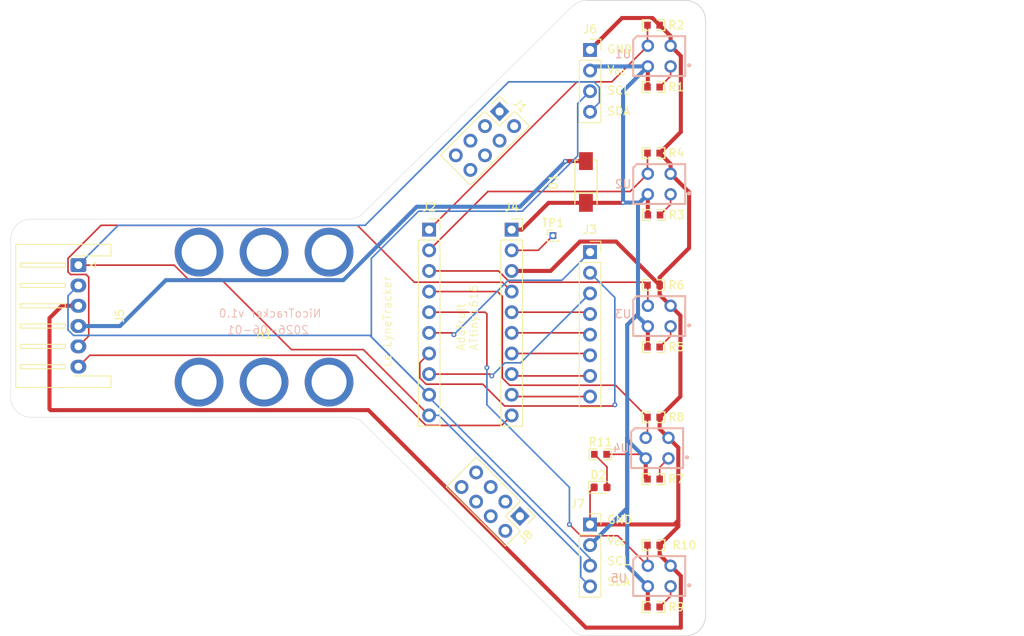
<source format=kicad_pcb>
(kicad_pcb (version 20240108) (generator "pcbnew") (generator_version "8.0")
  (title_block (title "Adafruit ATtiny1616 LineTracker") (date "2024-09-13") (rev "v1.0"))
  (layers (0 "F.Cu" signal) (31 "B.Cu" signal) (34 "B.Paste" user) (35 "F.Paste" user) (36 "B.SilkS" user "B.Silkscreen") (37 "F.SilkS" user "F.Silkscreen") (38 "B.Mask" user) (39 "F.Mask" user) (44 "Edge.Cuts" user))
  (net 0 "")
  (net 1 "/V_{in}")
  (net 2 "+5V")
  (net 3 "/IR5")
  (net 4 "/IR1")
  (net 5 "GND")
  (net 6 "/IR2")
  (net 7 "/IR4")
  (net 8 "/IR3")
  (net 9 "/SCL")
  (net 10 "/7")
  (net 11 "/SDA")
  (net 12 "/5*")
  (net 13 "/6*")
  (net 14 "/UDPI")
  (net 15 "/12")
  (net 16 "/15")
  (net 17 "/14")
  (net 18 "/13")
  (net 19 "/S2")
  (net 20 "/S1")
  (net 21 "/3v")
  (net 22 "Net-(R1-Pad2)")
  (net 23 "Net-(R3-Pad2)")
  (net 24 "Net-(R5-Pad2)")
  (net 25 "Net-(R7-Pad2)")
  (net 26 "Net-(R9-Pad2)")
  (net 43 "Net-(D2-A)")
  (footprint "Connector_PinSocket_2.54mm:PinSocket_1x04_P2.54mm_GVSCLSDC" (layer "F.Cu") (at 182.88 101.092)
    (property "Reference" "J7" (at -1.524 -2.54 0) (layer "F.SilkS"))
    (property "Value" "Conn_01x04_Socket")
    (fp_text user "GND" (at 2.032 0 0) (layer "F.SilkS") (effects (justify left bottom)))
    (fp_text user "SCL" (at 2.032 5.08 0) (layer "F.SilkS") (effects (justify left bottom)))
    (fp_text user "SDA" (at 2.032 7.62 0) (layer "F.SilkS") (effects (justify left bottom)))
    (fp_text user "V_{cc}" (at 2.032 2.54 0) (layer "F.SilkS") (effects (justify left bottom)))
    (pad "1" thru_hole rect (at 0 0) (size 1.7 1.7) (drill 1) (layers "*.Cu" "*.Mask") (net 5 "GND"))
    (pad "2" thru_hole oval (at 0 2.54) (size 1.7 1.7) (drill 1) (layers "*.Cu" "*.Mask") (net 2 "+5V"))
    (pad "3" thru_hole oval (at 0 5.08) (size 1.7 1.7) (drill 1) (layers "*.Cu" "*.Mask") (net 11 "/SDA"))
    (pad "4" thru_hole oval (at 0 7.62) (size 1.7 1.7) (drill 1) (layers "*.Cu" "*.Mask") (net 9 "/SCL"))
  )
  (footprint "LED_SMD:LED_0603_1608Metric" (layer "F.Cu") (at 184.1755 96.52)
    (property "Reference" "D2" (at -0.2795 -1.524 0) (layer "F.SilkS"))
    (property "Value" "LED")
    (pad "1" smd roundrect (at -0.7875 0) (size 0.875 0.95) (layers "F.Cu" "F.Paste" "F.Mask") (net 5 "GND"))
    (pad "2" smd roundrect (at 0.7875 0) (size 0.875 0.95) (layers "F.Cu" "F.Paste" "F.Mask") (net 43 "Net-(D2-A)"))
  )
  (footprint "easyeda2kicad:R0603" (layer "F.Cu") (at 190.698 55.372 180)
    (property "Reference" "R4" (at -2.806 0 180) (layer "F.SilkS"))
    (property "Value" "10K")
    (pad "1" smd rect (at -0.75 0 180) (size 0.81 0.86) (layers "F.Cu" "F.Paste" "F.Mask") (net 5 "GND"))
    (pad "2" smd rect (at 0.75 0 180) (size 0.81 0.86) (layers "F.Cu" "F.Paste" "F.Mask") (net 6 "/IR2"))
  )
  (footprint "easyeda2kicad:R0603" (layer "F.Cu") (at 190.698 71.628 180)
    (property "Reference" "R6" (at -2.806 0 180) (layer "F.SilkS"))
    (property "Value" "10K")
    (pad "1" smd rect (at -0.75 0 180) (size 0.81 0.86) (layers "F.Cu" "F.Paste" "F.Mask") (net 5 "GND"))
    (pad "2" smd rect (at 0.75 0 180) (size 0.81 0.86) (layers "F.Cu" "F.Paste" "F.Mask") (net 8 "/IR3"))
  )
  (footprint "easyeda2kicad:R0603" (layer "F.Cu") (at 190.698 79.248)
    (property "Reference" "R5" (at 2.806 0 0) (layer "F.SilkS"))
    (property "Value" "100")
    (pad "1" smd rect (at -0.75 0) (size 0.81 0.86) (layers "F.Cu" "F.Paste" "F.Mask") (net 2 "+5V"))
    (pad "2" smd rect (at 0.75 0) (size 0.81 0.86) (layers "F.Cu" "F.Paste" "F.Mask") (net 24 "Net-(R5-Pad2)"))
  )
  (footprint "easyeda2kicad:SMA_L4.2-W2.6-LS5.3-RD" (layer "F.Cu") (at 182.372 58.928 90)
    (property "Reference" "D1" (at 0 -4 -90) (layer "F.SilkS"))
    (property "Value" "SS14")
    (pad "1" smd rect (at -2.57 0 90) (size 2.2 1.7) (layers "F.Cu" "F.Paste" "F.Mask") (net 2 "+5V"))
    (pad "2" smd rect (at 2.57 0 90) (size 2.2 1.7) (layers "F.Cu" "F.Paste" "F.Mask") (net 1 "/V_{in}"))
  )
  (footprint "Connector_PinHeader_2.54mm:PinHeader_2x04_P2.54mm_Vertical" (layer "F.Cu") (at 174.244 100.076 -135)
    (property "Reference" "J8" (at 1.27 -2.33 -135) (layer "F.SilkS"))
    (property "Value" "Conn_02x04_Counter_Clockwise")
    (pad "1" thru_hole rect (at 0 0 225) (size 1.7 1.7) (drill 1) (layers "*.Cu" "*.Mask"))
    (pad "2" thru_hole oval (at 2.54 0 225) (size 1.7 1.7) (drill 1) (layers "*.Cu" "*.Mask"))
    (pad "3" thru_hole oval (at 0 2.54 225) (size 1.7 1.7) (drill 1) (layers "*.Cu" "*.Mask"))
    (pad "4" thru_hole oval (at 2.54 2.54 225) (size 1.7 1.7) (drill 1) (layers "*.Cu" "*.Mask"))
    (pad "5" thru_hole oval (at 0 5.079999 225) (size 1.7 1.7) (drill 1) (layers "*.Cu" "*.Mask"))
    (pad "6" thru_hole oval (at 2.54 5.08 225) (size 1.7 1.7) (drill 1) (layers "*.Cu" "*.Mask"))
    (pad "7" thru_hole oval (at 0 7.62 225) (size 1.7 1.7) (drill 1) (layers "*.Cu" "*.Mask"))
    (pad "8" thru_hole oval (at 2.54 7.62 225) (size 1.7 1.7) (drill 1) (layers "*.Cu" "*.Mask"))
  )
  (footprint "easyeda2kicad:R0603" (layer "F.Cu") (at 190.742 62.992)
    (property "Reference" "R3" (at 2.806 0 0) (layer "F.SilkS"))
    (property "Value" "100")
    (pad "1" smd rect (at -0.75 0) (size 0.81 0.86) (layers "F.Cu" "F.Paste" "F.Mask") (net 2 "+5V"))
    (pad "2" smd rect (at 0.75 0) (size 0.81 0.86) (layers "F.Cu" "F.Paste" "F.Mask") (net 23 "Net-(R3-Pad2)"))
  )
  (footprint "Connector_PinSocket_2.54mm:PinSocket_1x04_P2.54mm_GVSCLSDC" (layer "F.Cu") (at 182.88 42.672)
    (property "Reference" "J6" (at 0 -2.54 0) (layer "F.SilkS"))
    (property "Value" "Conn_01x04_Socket")
    (fp_text user "V_{cc}" (at 2.032 3.048 0) (layer "F.SilkS") (effects (justify left bottom)))
    (fp_text user "GND" (at 2.032 0.508 0) (layer "F.SilkS") (effects (justify left bottom)))
    (fp_text user "SDA" (at 2.032 8.128 0) (layer "F.SilkS") (effects (justify left bottom)))
    (fp_text user "SCL" (at 2.032 5.588 0) (layer "F.SilkS") (effects (justify left bottom)))
    (pad "1" thru_hole rect (at 0 0) (size 1.7 1.7) (drill 1) (layers "*.Cu" "*.Mask") (net 5 "GND"))
    (pad "2" thru_hole oval (at 0 2.54) (size 1.7 1.7) (drill 1) (layers "*.Cu" "*.Mask") (net 2 "+5V"))
    (pad "3" thru_hole oval (at 0 5.08) (size 1.7 1.7) (drill 1) (layers "*.Cu" "*.Mask") (net 11 "/SDA"))
    (pad "4" thru_hole oval (at 0 7.62) (size 1.7 1.7) (drill 1) (layers "*.Cu" "*.Mask") (net 9 "/SCL"))
  )
  (footprint "easyeda2kicad:R0603" (layer "F.Cu") (at 190.698 87.884 180)
    (property "Reference" "R8" (at -2.806 0 180) (layer "F.SilkS"))
    (property "Value" "10K")
    (pad "1" smd rect (at -0.75 0 180) (size 0.81 0.86) (layers "F.Cu" "F.Paste" "F.Mask") (net 5 "GND"))
    (pad "2" smd rect (at 0.75 0 180) (size 0.81 0.86) (layers "F.Cu" "F.Paste" "F.Mask") (net 7 "/IR4"))
  )
  (footprint "easyeda2kicad:R0603" (layer "F.Cu") (at 190.698 103.632 180)
    (property "Reference" "R10" (at -3.798 0 180) (layer "F.SilkS"))
    (property "Value" "10K")
    (pad "1" smd rect (at -0.75 0 180) (size 0.81 0.86) (layers "F.Cu" "F.Paste" "F.Mask") (net 5 "GND"))
    (pad "2" smd rect (at 0.75 0 180) (size 0.81 0.86) (layers "F.Cu" "F.Paste" "F.Mask") (net 3 "/IR5"))
  )
  (footprint "Connector_PinSocket_2.54mm:PinSocket_1x08_P2.54mm_Vertical" (layer "F.Cu") (at 182.88 67.564)
    (property "Reference" "J3" (at 0 -2.77 0) (layer "F.SilkS"))
    (property "Value" "Conn_01x08_Socket")
    (pad "1" thru_hole rect (at 0 0) (size 1.7 1.7) (drill 1) (layers "*.Cu" "*.Mask") (net 12 "/5*"))
    (pad "2" thru_hole oval (at 0 2.54) (size 1.7 1.7) (drill 1) (layers "*.Cu" "*.Mask") (net 13 "/6*"))
    (pad "3" thru_hole oval (at 0 5.08) (size 1.7 1.7) (drill 1) (layers "*.Cu" "*.Mask") (net 10 "/7"))
    (pad "4" thru_hole oval (at 0 7.62) (size 1.7 1.7) (drill 1) (layers "*.Cu" "*.Mask") (net 16 "/15"))
    (pad "5" thru_hole oval (at 0 10.16) (size 1.7 1.7) (drill 1) (layers "*.Cu" "*.Mask") (net 17 "/14"))
    (pad "6" thru_hole oval (at 0 12.7) (size 1.7 1.7) (drill 1) (layers "*.Cu" "*.Mask") (net 14 "/UDPI"))
    (pad "7" thru_hole oval (at 0 15.24) (size 1.7 1.7) (drill 1) (layers "*.Cu" "*.Mask") (net 18 "/13"))
    (pad "8" thru_hole oval (at 0 17.78) (size 1.7 1.7) (drill 1) (layers "*.Cu" "*.Mask") (net 15 "/12"))
  )
  (footprint "easyeda2kicad:R0603" (layer "F.Cu") (at 184.162 92.456)
    (property "Reference" "R11" (at 0 -1.524 0) (layer "F.SilkS"))
    (property "Value" "1K")
    (pad "1" smd rect (at -0.75 0) (size 0.81 0.86) (layers "F.Cu" "F.Paste" "F.Mask") (net 43 "Net-(D2-A)"))
    (pad "2" smd rect (at 0.75 0) (size 0.81 0.86) (layers "F.Cu" "F.Paste" "F.Mask") (net 2 "+5V"))
  )
  (footprint "Connector_PinHeader_2.54mm:PinHeader_2x04_P2.54mm_Vertical" (layer "F.Cu") (at 171.740102 50.255898 -45)
    (property "Reference" "J1" (at 1.27 -2.33 -45) (layer "F.SilkS"))
    (property "Value" "Conn_02x04_Counter_Clockwise")
    (pad "1" thru_hole rect (at 0 0 315) (size 1.7 1.7) (drill 1) (layers "*.Cu" "*.Mask"))
    (pad "2" thru_hole oval (at 2.54 0 315) (size 1.7 1.7) (drill 1) (layers "*.Cu" "*.Mask"))
    (pad "3" thru_hole oval (at 0 2.54 315) (size 1.7 1.7) (drill 1) (layers "*.Cu" "*.Mask"))
    (pad "4" thru_hole oval (at 2.54 2.54 315) (size 1.7 1.7) (drill 1) (layers "*.Cu" "*.Mask"))
    (pad "5" thru_hole oval (at 0 5.079999 315) (size 1.7 1.7) (drill 1) (layers "*.Cu" "*.Mask"))
    (pad "6" thru_hole oval (at 2.54 5.08 315) (size 1.7 1.7) (drill 1) (layers "*.Cu" "*.Mask"))
    (pad "7" thru_hole oval (at 0 7.62 315) (size 1.7 1.7) (drill 1) (layers "*.Cu" "*.Mask"))
    (pad "8" thru_hole oval (at 2.54 7.62 315) (size 1.7 1.7) (drill 1) (layers "*.Cu" "*.Mask"))
  )
  (footprint "Connector_PinSocket_2.54mm:PinSocket_1x10_P2.54mm_Vertical" (layer "F.Cu") (at 173.228 64.8)
    (property "Reference" "J4" (at 0 -2.77 0) (layer "F.SilkS"))
    (property "Value" "ATtiny_R")
    (pad "1" thru_hole rect (at 0 0) (size 1.7 1.7) (drill 1) (layers "*.Cu" "*.Mask") (net 2 "+5V"))
    (pad "2" thru_hole oval (at 0 2.54) (size 1.7 1.7) (drill 1) (layers "*.Cu" "*.Mask") (net 21 "/3v"))
    (pad "3" thru_hole oval (at 0 5.08) (size 1.7 1.7) (drill 1) (layers "*.Cu" "*.Mask") (net 5 "GND"))
    (pad "4" thru_hole oval (at 0 7.62) (size 1.7 1.7) (drill 1) (layers "*.Cu" "*.Mask") (net 20 "/S1"))
    (pad "5" thru_hole oval (at 0 10.16) (size 1.7 1.7) (drill 1) (layers "*.Cu" "*.Mask") (net 16 "/15"))
    (pad "6" thru_hole oval (at 0 12.7) (size 1.7 1.7) (drill 1) (layers "*.Cu" "*.Mask") (net 17 "/14"))
    (pad "7" thru_hole oval (at 0 15.24) (size 1.7 1.7) (drill 1) (layers "*.Cu" "*.Mask") (net 14 "/UDPI"))
    (pad "8" thru_hole oval (at 0 17.78) (size 1.7 1.7) (drill 1) (layers "*.Cu" "*.Mask") (net 18 "/13"))
    (pad "9" thru_hole oval (at 0 20.32) (size 1.7 1.7) (drill 1) (layers "*.Cu" "*.Mask") (net 15 "/12"))
    (pad "10" thru_hole oval (at 0 22.86) (size 1.7 1.7) (drill 1) (layers "*.Cu" "*.Mask") (net 19 "/S2"))
  )
  (footprint "easyeda2kicad:R0603" (layer "F.Cu") (at 190.698 95.504)
    (property "Reference" "R7" (at 2.782 0 0) (layer "F.SilkS"))
    (property "Value" "100")
    (pad "1" smd rect (at -0.75 0) (size 0.81 0.86) (layers "F.Cu" "F.Paste" "F.Mask") (net 2 "+5V"))
    (pad "2" smd rect (at 0.75 0) (size 0.81 0.86) (layers "F.Cu" "F.Paste" "F.Mask") (net 25 "Net-(R7-Pad2)"))
  )
  (footprint "Connector_PinHeader_1.00mm:PinHeader_1x01_P1.00mm_Vertical" (layer "F.Cu") (at 178.308 65.532)
    (property "Reference" "TP1" (at 0 -1.56 0) (layer "F.SilkS"))
    (property "Value" "TestPoint")
    (pad "1" thru_hole rect (at 0 0) (size 0.85 0.85) (drill 0.5) (layers "*.Cu" "*.Mask") (net 21 "/3v"))
  )
  (footprint "easyeda2kicad:R0603" (layer "F.Cu") (at 190.698 111.252)
    (property "Reference" "R9" (at 2.806 0 0) (layer "F.SilkS"))
    (property "Value" "100")
    (pad "1" smd rect (at -0.75 0) (size 0.81 0.86) (layers "F.Cu" "F.Paste" "F.Mask") (net 2 "+5V"))
    (pad "2" smd rect (at 0.75 0) (size 0.81 0.86) (layers "F.Cu" "F.Paste" "F.Mask") (net 26 "Net-(R9-Pad2)"))
  )
  (footprint "MountingHole:MountingHole_4.3mm_M4_Pad_TopBottom_MakeBlock" (layer "F.Cu") (at 142.748 75.184)
    (property "Reference" "H1" (at 0 2.54 0) (layer "F.SilkS"))
    (property "Value" "~")
    (pad "1" thru_hole circle (at -8 -7.62) (size 4.7 4.7) (drill 4.3) (layers "*.Cu" "*.Mask"))
    (pad "1" connect circle (at -8 -7.62) (size 6 6) (layers "F.Cu" "F.Mask"))
    (pad "1" connect circle (at -8 -7.62) (size 6 6) (layers "B.Cu" "B.Mask"))
    (pad "1" thru_hole circle (at -8 8.38) (size 4.7 4.7) (drill 4.3) (layers "*.Cu" "*.Mask"))
    (pad "1" connect circle (at -8 8.38) (size 6 6) (layers "F.Cu" "F.Mask"))
    (pad "1" connect circle (at -8 8.38) (size 6 6) (layers "B.Cu" "B.Mask"))
    (pad "1" thru_hole circle (at 0 -7.62) (size 4.7 4.7) (drill 4.3) (layers "*.Cu" "*.Mask"))
    (pad "1" connect circle (at 0 -7.62) (size 6 6) (layers "F.Cu" "F.Mask"))
    (pad "1" connect circle (at 0 -7.62) (size 6 6) (layers "B.Cu" "B.Mask"))
    (pad "1" thru_hole circle (at 0 8.38) (size 4.7 4.7) (drill 4.3) (layers "*.Cu" "*.Mask"))
    (pad "1" connect circle (at 0 8.38) (size 6 6) (layers "F.Cu" "F.Mask"))
    (pad "1" connect circle (at 0 8.38) (size 6 6) (layers "B.Cu" "B.Mask"))
    (pad "1" thru_hole circle (at 8 -7.62) (size 4.7 4.7) (drill 4.3) (layers "*.Cu" "*.Mask"))
    (pad "1" connect circle (at 8 -7.62) (size 6 6) (layers "F.Cu" "F.Mask"))
    (pad "1" connect circle (at 8 -7.62) (size 6 6) (layers "B.Cu" "B.Mask"))
    (pad "1" thru_hole circle (at 8 8.38) (size 4.7 4.7) (drill 4.3) (layers "*.Cu" "*.Mask"))
    (pad "1" connect circle (at 8 8.38) (size 6 6) (layers "F.Cu" "F.Mask"))
    (pad "1" connect circle (at 8 8.38) (size 6 6) (layers "B.Cu" "B.Mask"))
  )
  (footprint "Connector_PinSocket_2.54mm:PinSocket_1x10_P2.54mm_Vertical" (layer "F.Cu") (at 163.068 64.8)
    (property "Reference" "J2" (at 0 -2.77 0) (layer "F.SilkS"))
    (property "Value" "ATtiny_L")
    (pad "1" thru_hole rect (at 0 0) (size 1.7 1.7) (drill 1) (layers "*.Cu" "*.Mask") (net 4 "/IR1"))
    (pad "2" thru_hole oval (at 0 2.54) (size 1.7 1.7) (drill 1) (layers "*.Cu" "*.Mask") (net 6 "/IR2"))
    (pad "3" thru_hole oval (at 0 5.08) (size 1.7 1.7) (drill 1) (layers "*.Cu" "*.Mask") (net 8 "/IR3"))
    (pad "4" thru_hole oval (at 0 7.62) (size 1.7 1.7) (drill 1) (layers "*.Cu" "*.Mask") (net 7 "/IR4"))
    (pad "5" thru_hole oval (at 0 10.16) (size 1.7 1.7) (drill 1) (layers "*.Cu" "*.Mask") (net 3 "/IR5"))
    (pad "6" thru_hole oval (at 0 12.7) (size 1.7 1.7) (drill 1) (layers "*.Cu" "*.Mask") (net 12 "/5*"))
    (pad "7" thru_hole oval (at 0 15.24) (size 1.7 1.7) (drill 1) (layers "*.Cu" "*.Mask") (net 13 "/6*"))
    (pad "8" thru_hole oval (at 0 17.78) (size 1.7 1.7) (drill 1) (layers "*.Cu" "*.Mask") (net 10 "/7"))
    (pad "9" thru_hole oval (at 0 20.32) (size 1.7 1.7) (drill 1) (layers "*.Cu" "*.Mask") (net 11 "/SDA"))
    (pad "10" thru_hole oval (at 0 22.86) (size 1.7 1.7) (drill 1) (layers "*.Cu" "*.Mask") (net 9 "/SCL"))
  )
  (footprint "easyeda2kicad:R0603" (layer "F.Cu") (at 190.698 47.244)
    (property "Reference" "R1" (at 2.782 0 0) (layer "F.SilkS"))
    (property "Value" "100")
    (pad "1" smd rect (at -0.75 0) (size 0.81 0.86) (layers "F.Cu" "F.Paste" "F.Mask") (net 2 "+5V"))
    (pad "2" smd rect (at 0.75 0) (size 0.81 0.86) (layers "F.Cu" "F.Paste" "F.Mask") (net 22 "Net-(R1-Pad2)"))
  )
  (footprint "easyeda2kicad:R0603" (layer "F.Cu") (at 190.698 39.624 180)
    (property "Reference" "R2" (at -2.806 0 180) (layer "F.SilkS"))
    (property "Value" "10K")
    (pad "1" smd rect (at -0.75 0 180) (size 0.81 0.86) (layers "F.Cu" "F.Paste" "F.Mask") (net 5 "GND"))
    (pad "2" smd rect (at 0.75 0 180) (size 0.81 0.86) (layers "F.Cu" "F.Paste" "F.Mask") (net 4 "/IR1"))
  )
  (footprint "Connector_JST:JST_XH_S6B-XH-A-1_1x06_P2.50mm_Horizontal" (layer "F.Cu") (at 119.888 69.168 -90)
    (property "Reference" "J5" (at 6.25 -5.1 90) (layer "F.SilkS"))
    (property "Value" "Auriga_JST")
    (pad "1" thru_hole roundrect (at 0 0 270) (size 1.7 1.95) (drill 0.95) (layers "*.Cu" "*.Mask") (roundrect_rratio 0.147059) (net 9 "/SCL"))
    (pad "2" thru_hole oval (at 2.5 0 270) (size 1.7 1.95) (drill 0.95) (layers "*.Cu" "*.Mask") (net 11 "/SDA"))
    (pad "3" thru_hole oval (at 5 0 270) (size 1.7 1.95) (drill 0.95) (layers "*.Cu" "*.Mask") (net 5 "GND"))
    (pad "4" thru_hole oval (at 7.5 0 270) (size 1.7 1.95) (drill 0.95) (layers "*.Cu" "*.Mask") (net 1 "/V_{in}"))
    (pad "5" thru_hole oval (at 10 0 270) (size 1.7 1.95) (drill 0.95) (layers "*.Cu" "*.Mask") (net 20 "/S1"))
    (pad "6" thru_hole oval (at 12.5 0 270) (size 1.7 1.95) (drill 0.95) (layers "*.Cu" "*.Mask") (net 19 "/S2"))
  )
  (footprint "easyeda2kicad:OPTO-TH_DY-ITR20001" (layer "B.Cu") (at 191.392 59.182 180)
    (property "Reference" "U2" (at 4.448 -0.002 180) (layer "B.SilkS") (effects (justify mirror)))
    (property "Value" "ITR20001")
    (pad "1" thru_hole circle (at -1.4 -1.27 180) (size 1.52 1.52) (drill 0.9144) (layers "*.Cu" "*.Mask") (net 23 "Net-(R3-Pad2)"))
    (pad "2" thru_hole circle (at -1.4 1.27 180) (size 1.52 1.52) (drill 0.9144) (layers "*.Cu" "*.Mask") (net 5 "GND"))
    (pad "3" thru_hole circle (at 1.4 1.27 180) (size 1.52 1.52) (drill 0.9144) (layers "*.Cu" "*.Mask") (net 6 "/IR2"))
    (pad "4" thru_hole circle (at 1.4 -1.27 180) (size 1.52 1.52) (drill 0.9144) (layers "*.Cu" "*.Mask") (net 2 "+5V"))
  )
  (footprint "easyeda2kicad:OPTO-TH_DY-ITR20001" (layer "B.Cu") (at 191.392 43.434 180)
    (property "Reference" "U1" (at 4.448 0.254 180) (layer "B.SilkS") (effects (justify mirror)))
    (property "Value" "ITR20001")
    (pad "1" thru_hole circle (at -1.4 -1.27 180) (size 1.52 1.52) (drill 0.9144) (layers "*.Cu" "*.Mask") (net 22 "Net-(R1-Pad2)"))
    (pad "2" thru_hole circle (at -1.4 1.27 180) (size 1.52 1.52) (drill 0.9144) (layers "*.Cu" "*.Mask") (net 5 "GND"))
    (pad "3" thru_hole circle (at 1.4 1.27 180) (size 1.52 1.52) (drill 0.9144) (layers "*.Cu" "*.Mask") (net 4 "/IR1"))
    (pad "4" thru_hole circle (at 1.4 -1.27 180) (size 1.52 1.52) (drill 0.9144) (layers "*.Cu" "*.Mask") (net 2 "+5V"))
  )
  (footprint "easyeda2kicad:OPTO-TH_DY-ITR20001" (layer "B.Cu") (at 191.132 91.694 180)
    (property "Reference" "U4" (at 4.448 -0.006 180) (layer "B.SilkS") (effects (justify mirror)))
    (property "Value" "ITR20001")
    (pad "1" thru_hole circle (at -1.4 -1.27 180) (size 1.52 1.52) (drill 0.9144) (layers "*.Cu" "*.Mask") (net 25 "Net-(R7-Pad2)"))
    (pad "2" thru_hole circle (at -1.4 1.27 180) (size 1.52 1.52) (drill 0.9144) (layers "*.Cu" "*.Mask") (net 5 "GND"))
    (pad "3" thru_hole circle (at 1.4 1.27 180) (size 1.52 1.52) (drill 0.9144) (layers "*.Cu" "*.Mask") (net 7 "/IR4"))
    (pad "4" thru_hole circle (at 1.4 -1.27 180) (size 1.52 1.52) (drill 0.9144) (layers "*.Cu" "*.Mask") (net 2 "+5V"))
  )
  (footprint "easyeda2kicad:OPTO-TH_DY-ITR20001" (layer "B.Cu") (at 191.392 107.442 180)
    (property "Reference" "U5" (at 4.956 -0.262 180) (layer "B.SilkS") (effects (justify mirror)))
    (property "Value" "ITR20001")
    (pad "1" thru_hole circle (at -1.4 -1.27 180) (size 1.52 1.52) (drill 0.9144) (layers "*.Cu" "*.Mask") (net 26 "Net-(R9-Pad2)"))
    (pad "2" thru_hole circle (at -1.4 1.27 180) (size 1.52 1.52) (drill 0.9144) (layers "*.Cu" "*.Mask") (net 5 "GND"))
    (pad "3" thru_hole circle (at 1.4 1.27 180) (size 1.52 1.52) (drill 0.9144) (layers "*.Cu" "*.Mask") (net 3 "/IR5"))
    (pad "4" thru_hole circle (at 1.4 -1.27 180) (size 1.52 1.52) (drill 0.9144) (layers "*.Cu" "*.Mask") (net 2 "+5V"))
  )
  (footprint "easyeda2kicad:OPTO-TH_DY-ITR20001" (layer "B.Cu") (at 191.392 75.438 180)
    (property "Reference" "U3" (at 4.448 0.25 180) (layer "B.SilkS") (effects (justify mirror)))
    (property "Value" "ITR20001")
    (pad "1" thru_hole circle (at -1.4 -1.27 180) (size 1.52 1.52) (drill 0.9144) (layers "*.Cu" "*.Mask") (net 24 "Net-(R5-Pad2)"))
    (pad "2" thru_hole circle (at -1.4 1.27 180) (size 1.52 1.52) (drill 0.9144) (layers "*.Cu" "*.Mask") (net 5 "GND"))
    (pad "3" thru_hole circle (at 1.4 1.27 180) (size 1.52 1.52) (drill 0.9144) (layers "*.Cu" "*.Mask") (net 8 "/IR3"))
    (pad "4" thru_hole circle (at 1.4 -1.27 180) (size 1.52 1.52) (drill 0.9144) (layers "*.Cu" "*.Mask") (net 2 "+5V"))
  )
  (gr_arc (start 182.459644 114.808) (mid 181.509158 114.620285) (end 180.701437 114.085275) (stroke (width 0.05)) (layer "Edge.Cuts"))
  (gr_line (start 153.188356 63.5) (end 114.044 63.5) (stroke (width 0.05)) (layer "Edge.Cuts"))
  (gr_arc (start 153.188356 87.884) (mid 154.138842 88.071715) (end 154.946563 88.606725) (stroke (width 0.05)) (layer "Edge.Cuts"))
  (gr_line (start 180.701437 114.085275) (end 154.946563 88.606725) (stroke (width 0.05)) (layer "Edge.Cuts"))
  (gr_line (start 182.459644 36.576) (end 194.604 36.576) (stroke (width 0.1)) (layer "Edge.Cuts"))
  (gr_line (start 182.459644 114.808) (end 194.604 114.808) (stroke (width 0.1)) (layer "Edge.Cuts"))
  (gr_line (start 111.544 66) (end 111.544 85.384) (stroke (width 0.05)) (layer "Edge.Cuts"))
  (gr_arc (start 194.604 36.576) (mid 196.371767 37.308233) (end 197.104 39.076) (stroke (width 0.1)) (layer "Edge.Cuts"))
  (gr_line (start 153.188356 87.884) (end 114.044 87.884) (stroke (width 0.05)) (layer "Edge.Cuts"))
  (gr_arc (start 197.104 112.308) (mid 196.371767 114.075767) (end 194.604 114.808) (stroke (width 0.1)) (layer "Edge.Cuts"))
  (gr_arc (start 154.946563 62.777275) (mid 154.138833 63.31227) (end 153.188356 63.5) (stroke (width 0.05)) (layer "Edge.Cuts"))
  (gr_line (start 197.104 39.076) (end 197.104 112.308) (stroke (width 0.1)) (layer "Edge.Cuts"))
  (gr_arc (start 111.544 66) (mid 112.276233 64.232233) (end 114.044 63.5) (stroke (width 0.05)) (layer "Edge.Cuts"))
  (gr_arc (start 180.701437 37.298725) (mid 181.509167 36.76373) (end 182.459644 36.576) (stroke (width 0.05)) (layer "Edge.Cuts"))
  (gr_line (start 180.701437 37.298725) (end 154.946563 62.777275) (stroke (width 0.05)) (layer "Edge.Cuts"))
  (gr_arc (start 114.044 87.884) (mid 112.276233 87.151767) (end 111.544 85.384) (stroke (width 0.05)) (layer "Edge.Cuts"))
  (gr_text "${CURRENT_DATE}" (at 148.336 77.724 0) (layer "B.SilkS") (effects (font (size 1 1) (thickness 0.1)) (justify left bottom mirror)))
  (gr_text "NicoTracker ${REVISION}" (at 149.86 75.692 0) (layer "B.SilkS") (effects (font (size 1 1) (thickness 0.1)) (justify left bottom mirror)))
  (gr_text "Adafruit\nATtiny1616" (at 169.164 79.756 90) (layer "F.SilkS") (effects (font (size 1 1) (thickness 0.1)) (justify left bottom)))
  (gr_text "Le LyneTracker" (at 158.496 81.788 90) (layer "F.SilkS") (effects (font (size 1 1) (thickness 0.1)) (justify left bottom)))
  (segment (start 179.862 56.358) (end 179.832 56.388) (width 0.2) (layer "F.Cu") (net 1))
  (segment (start 182.372 56.358) (end 179.862 56.358) (width 0.5) (layer "F.Cu") (net 1))
  (via (at 179.832 56.388) (size 0.6) (drill 0.3) (layers "F.Cu" "B.Cu") (net 1))
  (segment (start 174.244 61.976) (end 161.544 61.976) (width 0.5) (layer "B.Cu") (net 1))
  (segment (start 125.008 76.668) (end 119.888 76.668) (width 0.5) (layer "B.Cu") (net 1))
  (segment (start 130.662 71.014) (end 125.008 76.668) (width 0.5) (layer "B.Cu") (net 1))
  (segment (start 152.506 71.014) (end 130.662 71.014) (width 0.5) (layer "B.Cu") (net 1))
  (segment (start 179.832 56.388) (end 174.244 61.976) (width 0.5) (layer "B.Cu") (net 1))
  (segment (start 161.544 61.976) (end 152.506 71.014) (width 0.5) (layer "B.Cu") (net 1))
  (segment (start 189.992 62.992) (end 189.992 60.452) (width 0.5) (layer "F.Cu") (net 2))
  (segment (start 189.992 76.708) (end 189.992 79.204) (width 0.5) (layer "F.Cu") (net 2))
  (segment (start 189.992 47.2) (end 189.948 47.244) (width 0.5) (layer "F.Cu") (net 2))
  (segment (start 189.732 95.288) (end 189.948 95.504) (width 0.5) (layer "F.Cu") (net 2))
  (segment (start 189.992 79.204) (end 189.948 79.248) (width 0.5) (layer "F.Cu") (net 2))
  (segment (start 182.372 61.498) (end 186.914 61.498) (width 0.5) (layer "F.Cu") (net 2))
  (segment (start 189.992 111.208) (end 189.948 111.252) (width 0.5) (layer "F.Cu") (net 2))
  (segment (start 189.224 92.456) (end 189.732 92.964) (width 0.5) (layer "F.Cu") (net 2))
  (segment (start 174.468 64.8) (end 177.77 61.498) (width 0.5) (layer "F.Cu") (net 2))
  (segment (start 177.77 61.498) (end 182.372 61.498) (width 0.5) (layer "F.Cu") (net 2))
  (segment (start 189.732 92.964) (end 189.732 95.288) (width 0.5) (layer "F.Cu") (net 2))
  (segment (start 189.992 44.704) (end 189.992 47.2) (width 0.5) (layer "F.Cu") (net 2))
  (segment (start 184.912 92.456) (end 189.224 92.456) (width 0.2) (layer "F.Cu") (net 2))
  (segment (start 189.992 108.712) (end 189.992 111.208) (width 0.5) (layer "F.Cu") (net 2))
  (segment (start 186.914 61.498) (end 186.944 61.468) (width 0.5) (layer "F.Cu") (net 2))
  (segment (start 173.228 64.8) (end 174.468 64.8) (width 0.5) (layer "F.Cu") (net 2))
  (via (at 186.944 61.468) (size 0.6) (drill 0.3) (layers "F.Cu" "B.Cu") (net 2))
  (segment (start 183.388 44.704) (end 182.88 45.212) (width 0.5) (layer "B.Cu") (net 2))
  (segment (start 187.452 99.06) (end 182.88 103.632) (width 0.5) (layer "B.Cu") (net 2))
  (segment (start 188.976 61.468) (end 189.992 60.452) (width 0.5) (layer "B.Cu") (net 2))
  (segment (start 188.782 75.184) (end 187.452 76.514) (width 0.5) (layer "B.Cu") (net 2))
  (segment (start 187.452 76.514) (end 187.452 90.424) (width 0.5) (layer "B.Cu") (net 2))
  (segment (start 189.992 44.704) (end 183.388 44.704) (width 0.5) (layer "B.Cu") (net 2))
  (segment (start 187.452 90.424) (end 187.452 106.172) (width 0.5) (layer "B.Cu") (net 2))
  (segment (start 186.944 47.752) (end 189.992 44.704) (width 0.5) (layer "B.Cu") (net 2))
  (segment (start 187.452 90.684) (end 189.732 92.964) (width 0.5) (layer "B.Cu") (net 2))
  (segment (start 187.452 90.424) (end 187.452 90.684) (width 0.5) (layer "B.Cu") (net 2))
  (segment (start 188.782 75.498) (end 189.992 76.708) (width 0.5) (layer "B.Cu") (net 2))
  (segment (start 189.992 60.452) (end 188.782 61.662) (width 0.5) (layer "B.Cu") (net 2))
  (segment (start 186.944 61.468) (end 186.944 47.752) (width 0.5) (layer "B.Cu") (net 2))
  (segment (start 186.944 61.468) (end 188.976 61.468) (width 0.5) (layer "B.Cu") (net 2))
  (segment (start 188.782 75.184) (end 188.782 75.498) (width 0.5) (layer "B.Cu") (net 2))
  (segment (start 188.782 61.662) (end 188.782 75.184) (width 0.5) (layer "B.Cu") (net 2))
  (segment (start 187.452 90.424) (end 187.452 99.06) (width 0.5) (layer "B.Cu") (net 2))
  (segment (start 187.452 106.172) (end 189.992 108.712) (width 0.5) (layer "B.Cu") (net 2))
  (segment (start 186.302 102.482) (end 189.992 106.172) (width 0.2) (layer "F.Cu") (net 3))
  (segment (start 189.948 103.632) (end 189.948 106.128) (width 0.2) (layer "F.Cu") (net 3))
  (segment (start 180.34 101.092) (end 181.73 102.482) (width 0.2) (layer "F.Cu") (net 3))
  (segment (start 163.068 74.96) (end 169.956 74.96) (width 0.2) (layer "F.Cu") (net 3))
  (segment (start 189.948 106.128) (end 189.992 106.172) (width 0.2) (layer "F.Cu") (net 3))
  (segment (start 170.18 75.184) (end 170.18 81.788) (width 0.2) (layer "F.Cu") (net 3))
  (segment (start 181.73 102.482) (end 186.302 102.482) (width 0.2) (layer "F.Cu") (net 3))
  (segment (start 169.956 74.96) (end 170.18 75.184) (width 0.2) (layer "F.Cu") (net 3))
  (via (at 170.18 81.788) (size 0.6) (drill 0.3) (layers "F.Cu" "B.Cu") (net 3))
  (via (at 180.34 101.092) (size 0.6) (drill 0.3) (layers "F.Cu" "B.Cu") (net 3))
  (segment (start 180.34 96.52) (end 180.34 101.092) (width 0.2) (layer "B.Cu") (net 3))
  (segment (start 170.18 86.36) (end 180.34 96.52) (width 0.2) (layer "B.Cu") (net 3))
  (segment (start 170.18 81.788) (end 170.18 86.36) (width 0.2) (layer "B.Cu") (net 3))
  (segment (start 189.948 39.624) (end 189.948 42.12) (width 0.2) (layer "F.Cu") (net 4))
  (segment (start 163.068 64.8) (end 181.266 46.602) (width 0.2) (layer "F.Cu") (net 4))
  (segment (start 189.948 42.12) (end 189.992 42.164) (width 0.2) (layer "F.Cu") (net 4))
  (segment (start 185.554 46.602) (end 189.992 42.164) (width 0.2) (layer "F.Cu") (net 4))
  (segment (start 181.266 46.602) (end 185.554 46.602) (width 0.2) (layer "F.Cu") (net 4))
  (segment (start 191.448 55.372) (end 194.056 52.764) (width 0.5) (layer "F.Cu") (net 5))
  (segment (start 193.742 101.338) (end 191.448 103.632) (width 0.5) (layer "F.Cu") (net 5))
  (segment (start 194.056 52.764) (end 194.056 43.428) (width 0.5) (layer "F.Cu") (net 5))
  (segment (start 193.742 91.634) (end 193.742 100.584) (width 0.5) (layer "F.Cu") (net 5))
  (segment (start 192.792 56.716) (end 191.448 55.372) (width 0.5) (layer "F.Cu") (net 5))
  (segment (start 195.072 60.192) (end 192.792 57.912) (width 0.5) (layer "F.Cu") (net 5))
  (segment (start 182.88 101.092) (end 193.742 101.092) (width 0.5) (layer "F.Cu") (net 5))
  (segment (start 194.056 107.436) (end 192.792 106.172) (width 0.5) (layer "F.Cu") (net 5))
  (segment (start 193.742 100.584) (end 193.742 101.092) (width 0.5) (layer "F.Cu") (net 5))
  (segment (start 116.332 86.868) (end 116.478 87.014) (width 0.5) (layer "F.Cu") (net 5))
  (segment (start 193.234 101.092) (end 193.742 100.584) (width 0.5) (layer "F.Cu") (net 5))
  (segment (start 117.856 74.168) (end 116.332 75.692) (width 0.5) (layer "F.Cu") (net 5))
  (segment (start 192.792 42.164) (end 192.792 40.968) (width 0.5) (layer "F.Cu") (net 5))
  (segment (start 191.448 70.68) (end 192.248 69.88) (width 0.5) (layer "F.Cu") (net 5))
  (segment (start 191.448 39.624) (end 191.448 39.599) (width 0.5) (layer "F.Cu") (net 5))
  (segment (start 181.64 66.264) (end 178.024 69.88) (width 0.5) (layer "F.Cu") (net 5))
  (segment (start 194.002 75.378) (end 194.002 85.33) (width 0.5) (layer "F.Cu") (net 5))
  (segment (start 190.568 38.744) (end 191.448 39.624) (width 0.5) (layer "F.Cu") (net 5))
  (segment (start 191.448 89.34) (end 192.532 90.424) (width 0.5) (layer "F.Cu") (net 5))
  (segment (start 186.808 38.744) (end 190.568 38.744) (width 0.5) (layer "F.Cu") (net 5))
  (segment (start 194.056 113.792) (end 194.056 107.436) (width 0.5) (layer "F.Cu") (net 5))
  (segment (start 192.248 69.88) (end 195.072 67.056) (width 0.5) (layer "F.Cu") (net 5))
  (segment (start 191.448 71.628) (end 191.448 70.68) (width 0.5) (layer "F.Cu") (net 5))
  (segment (start 116.332 75.692) (end 116.332 86.868) (width 0.5) (layer "F.Cu") (net 5))
  (segment (start 178.024 69.88) (end 173.228 69.88) (width 0.5) (layer "F.Cu") (net 5))
  (segment (start 191.448 71.628) (end 191.448 72.824) (width 0.5) (layer "F.Cu") (net 5))
  (segment (start 195.072 67.056) (end 195.072 60.192) (width 0.5) (layer "F.Cu") (net 5))
  (segment (start 155.594 87.014) (end 182.372 113.792) (width 0.5) (layer "F.Cu") (net 5))
  (segment (start 192.792 74.168) (end 194.002 75.378) (width 0.5) (layer "F.Cu") (net 5))
  (segment (start 193.742 101.092) (end 193.742 101.338) (width 0.5) (layer "F.Cu") (net 5))
  (segment (start 191.448 72.824) (end 192.792 74.168) (width 0.5) (layer "F.Cu") (net 5))
  (segment (start 186.084 66.264) (end 181.64 66.264) (width 0.5) (layer "F.Cu") (net 5))
  (segment (start 191.448 87.884) (end 191.448 89.34) (width 0.5) (layer "F.Cu") (net 5))
  (segment (start 194.056 43.428) (end 192.792 42.164) (width 0.5) (layer "F.Cu") (net 5))
  (segment (start 191.448 103.632) (end 191.448 104.828) (width 0.5) (layer "F.Cu") (net 5))
  (segment (start 191.448 71.628) (end 186.084 66.264) (width 0.5) (layer "F.Cu") (net 5))
  (segment (start 119.888 74.168) (end 117.856 74.168) (width 0.5) (layer "F.Cu") (net 5))
  (segment (start 182.88 42.672) (end 186.808 38.744) (width 0.5) (layer "F.Cu") (net 5))
  (segment (start 192.792 57.912) (end 192.792 56.716) (width 0.5) (layer "F.Cu") (net 5))
  (segment (start 116.478 87.014) (end 155.594 87.014) (width 0.5) (layer "F.Cu") (net 5))
  (segment (start 182.372 113.792) (end 194.056 113.792) (width 0.5) (layer "F.Cu") (net 5))
  (segment (start 191.448 104.828) (end 192.792 106.172) (width 0.5) (layer "F.Cu") (net 5))
  (segment (start 194.002 85.33) (end 191.448 87.884) (width 0.5) (layer "F.Cu") (net 5))
  (segment (start 182.88 97.028) (end 183.388 96.52) (width 0.2) (layer "F.Cu") (net 5))
  (segment (start 182.88 101.092) (end 182.88 97.028) (width 0.2) (layer "F.Cu") (net 5))
  (segment (start 192.532 90.424) (end 193.742 91.634) (width 0.5) (layer "F.Cu") (net 5))
  (segment (start 192.792 40.968) (end 191.448 39.624) (width 0.5) (layer "F.Cu") (net 5))
  (segment (start 189.948 55.372) (end 189.948 57.868) (width 0.2) (layer "F.Cu") (net 6))
  (segment (start 187.806 60.098) (end 189.992 57.912) (width 0.2) (layer "F.Cu") (net 6))
  (segment (start 189.948 57.868) (end 189.992 57.912) (width 0.2) (layer "F.Cu") (net 6))
  (segment (start 163.068 67.34) (end 170.31 60.098) (width 0.2) (layer "F.Cu") (net 6))
  (segment (start 170.31 60.098) (end 187.806 60.098) (width 0.2) (layer "F.Cu") (net 6))
  (segment (start 163.068 72.42) (end 171.48 72.42) (width 0.2) (layer "F.Cu") (net 7))
  (segment (start 171.48 72.42) (end 172.078 73.018) (width 0.2) (layer "F.Cu") (net 7))
  (segment (start 172.078 83.056346) (end 172.975654 83.954) (width 0.2) (layer "F.Cu") (net 7))
  (segment (start 172.078 73.018) (end 172.078 83.056346) (width 0.2) (layer "F.Cu") (net 7))
  (segment (start 186.018 83.954) (end 189.948 87.884) (width 0.2) (layer "F.Cu") (net 7))
  (segment (start 189.948 87.884) (end 189.948 90.208) (width 0.2) (layer "F.Cu") (net 7))
  (segment (start 189.948 90.208) (end 189.732 90.424) (width 0.2) (layer "F.Cu") (net 7))
  (segment (start 172.975654 83.954) (end 186.018 83.954) (width 0.2) (layer "F.Cu") (net 7))
  (segment (start 189.992 74.168) (end 189.992 71.672) (width 0.2) (layer "F.Cu") (net 8))
  (segment (start 172.991654 71.27) (end 189.59 71.27) (width 0.2) (layer "F.Cu") (net 8))
  (segment (start 189.992 71.672) (end 189.948 71.628) (width 0.2) (layer "F.Cu") (net 8))
  (segment (start 189.59 71.27) (end 189.948 71.628) (width 0.2) (layer "F.Cu") (net 8))
  (segment (start 171.601654 69.88) (end 172.991654 71.27) (width 0.2) (layer "F.Cu") (net 8))
  (segment (start 163.068 69.88) (end 171.601654 69.88) (width 0.2) (layer "F.Cu") (net 8))
  (segment (start 133.381095 70.864) (end 137.412 70.864) (width 0.2) (layer "F.Cu") (net 9))
  (segment (start 137.412 70.864) (end 146.111654 79.563654) (width 0.2) (layer "F.Cu") (net 9))
  (segment (start 154.971654 79.563654) (end 163.068 87.66) (width 0.2) (layer "F.Cu") (net 9))
  (segment (start 131.685095 69.168) (end 133.381095 70.864) (width 0.2) (layer "F.Cu") (net 9))
  (segment (start 119.888 69.168) (end 131.685095 69.168) (width 0.2) (layer "F.Cu") (net 9))
  (segment (start 146.111654 79.563654) (end 154.971654 79.563654) (width 0.2) (layer "F.Cu") (net 9))
  (segment (start 184.03 47.275654) (end 183.356346 46.602) (width 0.2) (layer "B.Cu") (net 9))
  (segment (start 164.270081 87.66) (end 181.73 105.119919) (width 0.2) (layer "B.Cu") (net 9))
  (segment (start 181.73 107.562) (end 182.88 108.712) (width 0.2) (layer "B.Cu") (net 9))
  (segment (start 124.792 64.264) (end 119.888 69.168) (width 0.2) (layer "B.Cu") (net 9))
  (segment (start 182.88 50.292) (end 184.03 49.142) (width 0.2) (layer "B.Cu") (net 9))
  (segment (start 184.03 49.142) (end 184.03 47.275654) (width 0.2) (layer "B.Cu") (net 9))
  (segment (start 155.191999 64.264) (end 124.792 64.264) (width 0.2) (layer "B.Cu") (net 9))
  (segment (start 172.853999 46.602) (end 155.191999 64.264) (width 0.2) (layer "B.Cu") (net 9))
  (segment (start 183.356346 46.602) (end 172.853999 46.602) (width 0.2) (layer "B.Cu") (net 9))
  (segment (start 163.068 87.66) (end 164.270081 87.66) (width 0.2) (layer "B.Cu") (net 9))
  (segment (start 181.73 105.119919) (end 181.73 107.562) (width 0.2) (layer "B.Cu") (net 9))
  (segment (start 163.068 82.58) (end 170.556 82.58) (width 0.2) (layer "F.Cu") (net 10))
  (segment (start 170.556 82.58) (end 170.78 82.804) (width 0.2) (layer "F.Cu") (net 10))
  (via (at 170.78 82.804) (size 0.6) (drill 0.3) (layers "F.Cu" "B.Cu") (net 10))
  (segment (start 174.334 81.19) (end 182.88 72.644) (width 0.2) (layer "B.Cu") (net 10))
  (segment (start 170.78 82.804) (end 172.394 81.19) (width 0.2) (layer "B.Cu") (net 10))
  (segment (start 172.394 81.19) (end 174.334 81.19) (width 0.2) (layer "B.Cu") (net 10))
  (segment (start 182.88 105.258346) (end 182.88 106.172) (width 0.2) (layer "F.Cu") (net 11))
  (segment (start 163.068 85.12) (end 163.068 85.446346) (width 0.2) (layer "F.Cu") (net 11))
  (segment (start 163.068 85.12) (end 155.956 78.008) (width 0.2) (layer "B.Cu") (net 11))
  (segment (start 118.613 77.144346) (end 119.286654 77.818) (width 0.2) (layer "B.Cu") (net 11))
  (segment (start 155.956 78.008) (end 155.956 68.341818) (width 0.2) (layer "B.Cu") (net 11))
  (segment (start 163.068 85.446346) (end 182.88 105.258346) (width 0.2) (layer "B.Cu") (net 11))
  (segment (start 174.542529 62.526) (end 181.356 55.712529) (width 0.2) (layer "B.Cu") (net 11))
  (segment (start 181.356 49.276) (end 182.88 47.752) (width 0.2) (layer "B.Cu") (net 11))
  (segment (start 155.956 68.341818) (end 161.771818 62.526) (width 0.2) (layer "B.Cu") (net 11))
  (segment (start 161.771818 62.526) (end 174.542529 62.526) (width 0.2) (layer "B.Cu") (net 11))
  (segment (start 119.888 71.668) (end 118.613 72.943) (width 0.2) (layer "B.Cu") (net 11))
  (segment (start 181.356 55.712529) (end 181.356 49.276) (width 0.2) (layer "B.Cu") (net 11))
  (segment (start 119.286654 77.818) (end 155.766 77.818) (width 0.2) (layer "B.Cu") (net 11))
  (segment (start 118.613 72.943) (end 118.613 77.144346) (width 0.2) (layer "B.Cu") (net 11))
  (segment (start 155.766 77.818) (end 163.068 85.12) (width 0.2) (layer "B.Cu") (net 11))
  (segment (start 163.068 77.5) (end 165.892 77.5) (width 0.2) (layer "F.Cu") (net 12))
  (segment (start 165.892 77.5) (end 166.116 77.724) (width 0.2) (layer "F.Cu") (net 12))
  (via (at 166.116 77.724) (size 0.6) (drill 0.3) (layers "F.Cu" "B.Cu") (net 12))
  (segment (start 166.116 77.724) (end 172.81 71.03) (width 0.2) (layer "B.Cu") (net 12))
  (segment (start 179.414 71.03) (end 182.88 67.564) (width 0.2) (layer "B.Cu") (net 12))
  (segment (start 172.81 71.03) (end 179.414 71.03) (width 0.2) (layer "B.Cu") (net 12))
  (segment (start 172.362 86.51) (end 185.778 86.51) (width 0.2) (layer "F.Cu") (net 13))
  (segment (start 163.068 80.04) (end 161.918 81.19) (width 0.2) (layer "F.Cu") (net 13))
  (segment (start 161.918 81.19) (end 161.918 83.056346) (width 0.2) (layer "F.Cu") (net 13))
  (segment (start 161.918 83.056346) (end 162.681654 83.82) (width 0.2) (layer "F.Cu") (net 13))
  (segment (start 185.778 86.51) (end 185.928 86.36) (width 0.2) (layer "F.Cu") (net 13))
  (segment (start 169.672 83.82) (end 172.362 86.51) (width 0.2) (layer "F.Cu") (net 13))
  (segment (start 162.681654 83.82) (end 169.672 83.82) (width 0.2) (layer "F.Cu") (net 13))
  (via (at 185.928 86.36) (size 0.6) (drill 0.3) (layers "F.Cu" "B.Cu") (net 13))
  (segment (start 185.928 73.152) (end 182.88 70.104) (width 0.2) (layer "B.Cu") (net 13))
  (segment (start 185.928 86.36) (end 185.928 73.152) (width 0.2) (layer "B.Cu") (net 13))
  (segment (start 182.148 80.04) (end 173.228 80.04) (width 0.2) (layer "F.Cu") (net 14))
  (segment (start 182.88 80.264) (end 182.372 80.264) (width 0.2) (layer "F.Cu") (net 14))
  (segment (start 182.372 80.264) (end 182.148 80.04) (width 0.2) (layer "F.Cu") (net 14))
  (segment (start 182.88 85.344) (end 173.452 85.344) (width 0.2) (layer "F.Cu") (net 15))
  (segment (start 173.452 85.344) (end 173.228 85.12) (width 0.2) (layer "F.Cu") (net 15))
  (segment (start 182.88 75.184) (end 182.372 75.184) (width 0.2) (layer "F.Cu") (net 16))
  (segment (start 182.372 75.184) (end 182.148 74.96) (width 0.2) (layer "F.Cu") (net 16))
  (segment (start 182.148 74.96) (end 173.228 74.96) (width 0.2) (layer "F.Cu") (net 16))
  (segment (start 182.148 77.5) (end 173.228 77.5) (width 0.2) (layer "F.Cu") (net 17))
  (segment (start 182.88 77.724) (end 182.372 77.724) (width 0.2) (layer "F.Cu") (net 17))
  (segment (start 182.372 77.724) (end 182.148 77.5) (width 0.2) (layer "F.Cu") (net 17))
  (segment (start 173.452 82.804) (end 173.228 82.58) (width 0.2) (layer "F.Cu") (net 18))
  (segment (start 182.88 82.804) (end 173.452 82.804) (width 0.2) (layer "F.Cu") (net 18))
  (segment (start 171.988 88.9) (end 173.228 87.66) (width 0.2) (layer "F.Cu") (net 19))
  (segment (start 162.681654 88.9) (end 171.988 88.9) (width 0.2) (layer "F.Cu") (net 19))
  (segment (start 121.292 80.264) (end 154.045654 80.264) (width 0.2) (layer "F.Cu") (net 19))
  (segment (start 154.045654 80.264) (end 162.681654 88.9) (width 0.2) (layer "F.Cu") (net 19))
  (segment (start 119.888 81.668) (end 121.292 80.264) (width 0.2) (layer "F.Cu") (net 19))
  (segment (start 118.613 70.002744) (end 118.613 68.333256) (width 0.2) (layer "F.Cu") (net 20))
  (segment (start 121.163 77.893) (end 121.163 70.633256) (width 0.2) (layer "F.Cu") (net 20))
  (segment (start 118.613 68.333256) (end 122.682256 64.264) (width 0.2) (layer "F.Cu") (net 20))
  (segment (start 118.928256 70.318) (end 118.613 70.002744) (width 0.2) (layer "F.Cu") (net 20))
  (segment (start 120.847744 70.318) (end 118.928256 70.318) (width 0.2) (layer "F.Cu") (net 20))
  (segment (start 121.163 70.633256) (end 120.847744 70.318) (width 0.2) (layer "F.Cu") (net 20))
  (segment (start 154.238346 64.264) (end 161.244346 71.27) (width 0.2) (layer "F.Cu") (net 20))
  (segment (start 119.888 79.168) (end 121.163 77.893) (width 0.2) (layer "F.Cu") (net 20))
  (segment (start 172.078 71.27) (end 173.228 72.42) (width 0.2) (layer "F.Cu") (net 20))
  (segment (start 122.682256 64.264) (end 154.238346 64.264) (width 0.2) (layer "F.Cu") (net 20))
  (segment (start 161.244346 71.27) (end 172.078 71.27) (width 0.2) (layer "F.Cu") (net 20))
  (segment (start 176.5 67.34) (end 178.308 65.532) (width 0.2) (layer "F.Cu") (net 21))
  (segment (start 173.228 67.34) (end 176.5 67.34) (width 0.2) (layer "F.Cu") (net 21))
  (segment (start 192.792 45.9) (end 191.448 47.244) (width 0.2) (layer "F.Cu") (net 22))
  (segment (start 192.792 44.704) (end 192.792 45.9) (width 0.2) (layer "F.Cu") (net 22))
  (segment (start 192.792 61.692) (end 191.492 62.992) (width 0.2) (layer "F.Cu") (net 23))
  (segment (start 192.792 60.452) (end 192.792 61.692) (width 0.2) (layer "F.Cu") (net 23))
  (segment (start 192.792 77.904) (end 191.448 79.248) (width 0.2) (layer "F.Cu") (net 24))
  (segment (start 192.792 76.708) (end 192.792 77.904) (width 0.2) (layer "F.Cu") (net 24))
  (segment (start 191.448 94.048) (end 192.532 92.964) (width 0.2) (layer "F.Cu") (net 25))
  (segment (start 191.448 95.504) (end 191.448 94.048) (width 0.2) (layer "F.Cu") (net 25))
  (segment (start 192.792 109.908) (end 191.448 111.252) (width 0.2) (layer "F.Cu") (net 26))
  (segment (start 192.792 108.712) (end 192.792 109.908) (width 0.2) (layer "F.Cu") (net 26))
  (segment (start 184.963 94.007) (end 183.412 92.456) (width 0.2) (layer "F.Cu") (net 43))
  (segment (start 184.963 96.52) (end 184.963 94.007) (width 0.2) (layer "F.Cu") (net 43))
)
</source>
